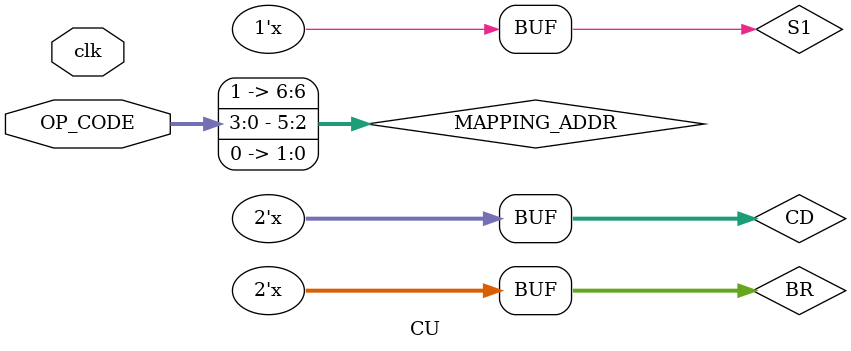
<source format=v>
/*				CPU				*/
module CPU(	//ALU + AU + RS + IB
	input wire clk
);

reg [9:0]PC;	//Program Counter
reg [15:0]AC;	//Accumulator
reg [9:0]MAR;	//Memory Adderss Register
reg [15:0]MDR;	//Memory Data Register
reg [15:0]IR;	//Instruction Register / [15:12]:op-code / [11:8]:address1 / [7:4]:address2  / [4:0]: 

reg [15:0]MM [1023:0]; //Main Memory(2^10 * 16bit)

initial begin
	PC = 10'b0;
/*		Main Memory		*/
//MM[0] = 16'b


/////////////////////////////////////////
end

always@ (posedge clk)begin 

/*		Fetch Cycle		*/
	MAR = PC;		//MAR <- PC
	MDR = MM[MAR];		//MDR <- M[MAR]
	PC = PC + 10'b1;	//PC <- PC + 1
	IR = MDR;		//IR <- MDR
//////////////////////////////////////////
//
	case (IR[15:12])	//CU.OP_CODE
		4'b0000: ; //NOP
		4'b0001: ; //LOAD
		4'b0010: ; //STORE
		4'b0011: ; //ADD
		4'b0100: ; //SUB
		4'b0101: ; //JUMP
	endcase
end


endmodule
/////////////////////////////////////////////////////////////////
/*
module ALU(

)

endmodule
*/

/*				CU				*/
module CU(
	input wire clk,
	input wire [3:0]OP_CODE	//CPU.IR[15:12]
	
);

reg [6:0]CAR;	//Contorl Address Register
reg [6:0]CBR;	//Contorll Buffer Register
reg [6:0]SBR;	//SuBroutine Register

reg [16:0]CM [127:0];	//Contorl Memory: ROM(2^7 * 17bit) / [16:14]:instruction1 / [13:11]:instruction2 / [10:9]: condition / [8:7]: branch / [6:0]: addressfield

reg [6:0]MAPPING_ADDR;


initial begin
/*		Mapping			*/
MAPPING_ADDR = {1'b1, OP_CODE, 2'b00};
/////////////////////////////////////////


/*		Control Memory		*/	//64~127: Excution Cycle
//Fetch subroutine
CM[0] = 17'b001_000_00_00_0000001;	//MAR <- PC
CM[1] = 17'b100_001_00_00_0000010;	//MDR <- [MAR], PC <- PC + 1
CM[2] = 17'b110_000_00_11_0000000;	//IR <- MDR

//Indirect subroutine
CM[4] = 17'b010_000_00_00_0000101;	//MAR <- IR(addr)
CM[5] = 17'b100_000_00_00_0000110;	//MDR <- M[MAR]
CM[6] = 17'b110_000_00_10_0000000;	//IR(addr) <- MDR


//NOP
CM[64] = 17'b000_001_00_00_0000000;	//PC <- PC+1

//LOAD
CM[68] = 17'b000_000_01_01_0000100;
CM[69] = 17'b010_000_00_00_1000110;	//MAR <- IR(Addr)
CM[70] = 17'b100_000_00_00_1000111;	//MDR <- M[MAR]
CM[71] = 17'b101_000_00_00_0000000;	//AC <- MDR

//STORE
CM[72] = 17'b000_000_01_01_0000100;
CM[73] = 17'b010_000_00_00_1001010;	//MAR <- IR(addr)
CM[74] = 17'b000_010_00_00_1001011;	//MDR <- AC
CM[75] = 17'b111_000_00_00_0000000;	//M[MAR] <- MDR

//ADD
CM[76] = 17'b010_000_00_00_1001101;	//MAR <- IR(addr)
CM[77] = 17'b100_000_00_00_1001110;	//MDR <- M[MAR]
CM[78] = 17'b011_000_00_00_0000000;	//AC <- AC + MDR

//SUB
CM[80] = 17'b010_000_00_00_1010001;	//MAR <- IR(addr)
CM[81] = 17'b100_000_00_00_1010010;	//MDR <- M[MAR]
CM[82] = 17'b000_110_00_00_0000000;	//AC <- AC - MDR

//JUMP
CM[84] = 17'b000_111_00_00_0000000;	//PC <- IR(addr)

/////////////////////////////////////////
end

wire [1:0]CD;
wire [1:0]BR;	//BR[1]=I0, BR[0]=I1
wire [6:0]ADF;

assign CD = CBR[10:9];
assign BR = CBR[8:7];
assign ADF = CBR[6:0];


/*		MUX2		*/
reg C;
always @(CD) begin
	case (CD)
		2'b00: C = 0;
		2'b01: C = 0;
		2'b10: C = 0;
		2'b11: C = 0;
	endcase
end
////////////////////////////////

/*		MUX1_sel		*/
wire S1;
wire S0;
wire L;

assign S1 = BR[0];
assign S0 = ((~BR[0])&C) | (BR[1]&BR[0]);
assign L = (~BR[0])&BR[1]&C;
/////////////////////////////////////////

/*		MUX1		*/
always @(S1, S0) begin
	case({S1,S0})
		2'b00: CAR = CAR + 1'b1;
		2'b01: CAR = ADF;
		2'b10: CAR = SBR;
		2'b11: CAR = MAPPING_ADDR;
	endcase
end
//////////////////////////////////

/*		SBR		*/
always @(L) begin
	SBR = CAR + 1'b1;
end

////////////////////////////////

endmodule

///////////////////////////////////////////////////////////////////////////////




</source>
